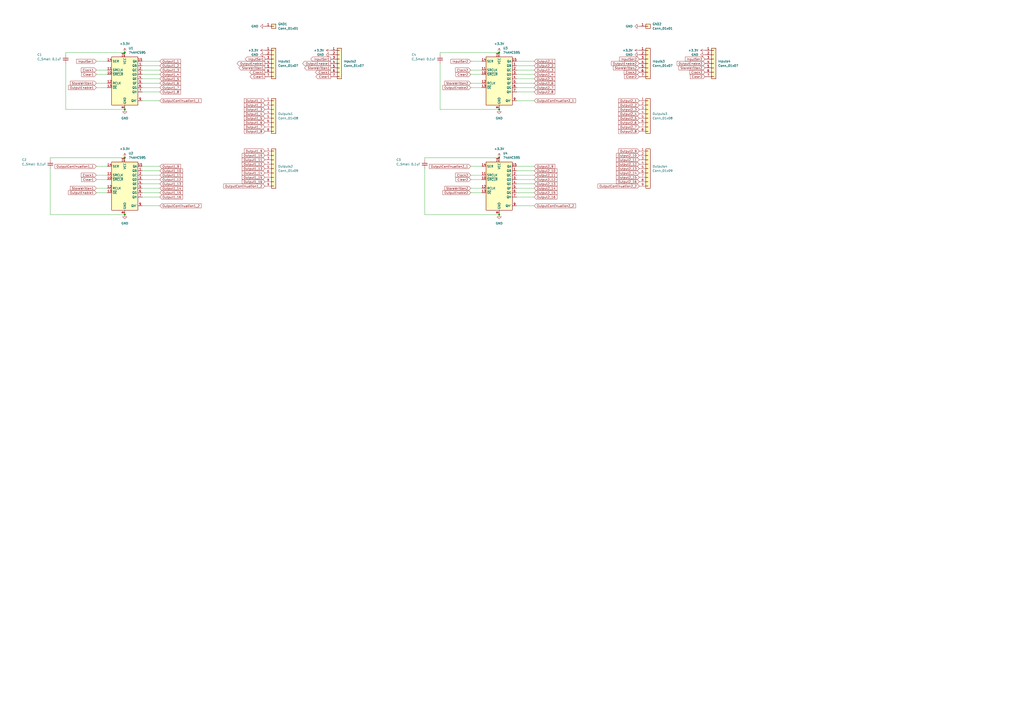
<source format=kicad_sch>
(kicad_sch (version 20230121) (generator eeschema)
  (paper "A2")
  (lib_symbols
    (symbol "74xx:74AHC595"
      (property "Reference" "U" (at -7.62 13.97 0))
      (property "Value" "74AHC595" (at -7.62 -16.51 0))
      (symbol "74AHC595_1_0"
        (pin tri_state line (at 10.16 7.62 180) (length 2.54) (name "QB") (number "1"))
        (pin input line (at -10.16 2.54 0) (length 2.54) (name "~{SRCLR}") (number "10"))
        (pin input line (at -10.16 5.08 0) (length 2.54) (name "SRCLK") (number "11"))
        (pin input line (at -10.16 -2.54 0) (length 2.54) (name "RCLK") (number "12"))
        (pin input line (at -10.16 -5.08 0) (length 2.54) (name "~{OE}") (number "13"))
        (pin input line (at -10.16 10.16 0) (length 2.54) (name "SER") (number "14"))
        (pin tri_state line (at 10.16 10.16 180) (length 2.54) (name "QA") (number "15"))
        (pin power_in line (at 0 15.24 270) (length 2.54) (name "VCC") (number "16"))
        (pin tri_state line (at 10.16 5.08 180) (length 2.54) (name "QC") (number "2"))
        (pin tri_state line (at 10.16 2.54 180) (length 2.54) (name "QD") (number "3"))
        (pin tri_state line (at 10.16 0 180) (length 2.54) (name "QE") (number "4"))
        (pin tri_state line (at 10.16 -2.54 180) (length 2.54) (name "QF") (number "5"))
        (pin tri_state line (at 10.16 -5.08 180) (length 2.54) (name "QG") (number "6"))
        (pin tri_state line (at 10.16 -7.62 180) (length 2.54) (name "QH") (number "7"))
        (pin power_in line (at 0 -17.78 90) (length 2.54) (name "GND") (number "8"))
        (pin output line (at 10.16 -12.7 180) (length 2.54) (name "QH'") (number "9"))
      )
      (symbol "74AHC595_1_1"
        (rectangle (start -7.62 12.7) (end 7.62 -15.24) (stroke (width 0.254)) (fill (type background)))
      )
    )
    (symbol "Connector_Generic:Conn_01x01" (pin_names (offset 1.016) hide)
      (property "Reference" "J" (at 0 2.54 0))
      (property "Value" "Conn_01x01" (at 0 -2.54 0))
      (symbol "Conn_01x01_1_1"
        (rectangle (start -1.27 0.127) (end 0 -0.127) (stroke (width 0.1524)))
        (rectangle (start -1.27 1.27) (end 1.27 -1.27) (stroke (width 0.254)) (fill (type background)))
        (pin passive line (at -5.08 0 0) (length 3.81) (name "Pin_1") (number "1"))
      )
    )
    (symbol "Connector_Generic:Conn_01x07" (pin_names (offset 1.016) hide)
      (property "Reference" "J" (at 0 10.16 0))
      (property "Value" "Conn_01x07" (at 0 -10.16 0))
      (symbol "Conn_01x07_1_1"
        (rectangle (start -1.27 -7.493) (end 0 -7.747) (stroke (width 0.1524)))
        (rectangle (start -1.27 -4.953) (end 0 -5.207) (stroke (width 0.1524)))
        (rectangle (start -1.27 -2.413) (end 0 -2.667) (stroke (width 0.1524)))
        (rectangle (start -1.27 0.127) (end 0 -0.127) (stroke (width 0.1524)))
        (rectangle (start -1.27 2.667) (end 0 2.413) (stroke (width 0.1524)))
        (rectangle (start -1.27 5.207) (end 0 4.953) (stroke (width 0.1524)))
        (rectangle (start -1.27 7.747) (end 0 7.493) (stroke (width 0.1524)))
        (rectangle (start -1.27 8.89) (end 1.27 -8.89) (stroke (width 0.254)) (fill (type background)))
        (pin passive line (at -5.08 7.62 0) (length 3.81) (name "Pin_1") (number "1"))
        (pin passive line (at -5.08 5.08 0) (length 3.81) (name "Pin_2") (number "2"))
        (pin passive line (at -5.08 2.54 0) (length 3.81) (name "Pin_3") (number "3"))
        (pin passive line (at -5.08 0 0) (length 3.81) (name "Pin_4") (number "4"))
        (pin passive line (at -5.08 -2.54 0) (length 3.81) (name "Pin_5") (number "5"))
        (pin passive line (at -5.08 -5.08 0) (length 3.81) (name "Pin_6") (number "6"))
        (pin passive line (at -5.08 -7.62 0) (length 3.81) (name "Pin_7") (number "7"))
      )
    )
    (symbol "Connector_Generic:Conn_01x08" (pin_names (offset 1.016) hide)
      (property "Reference" "J" (at 0 10.16 0))
      (property "Value" "Conn_01x08" (at 0 -12.7 0))
      (symbol "Conn_01x08_1_1"
        (rectangle (start -1.27 -10.033) (end 0 -10.287) (stroke (width 0.1524)))
        (rectangle (start -1.27 -7.493) (end 0 -7.747) (stroke (width 0.1524)))
        (rectangle (start -1.27 -4.953) (end 0 -5.207) (stroke (width 0.1524)))
        (rectangle (start -1.27 -2.413) (end 0 -2.667) (stroke (width 0.1524)))
        (rectangle (start -1.27 0.127) (end 0 -0.127) (stroke (width 0.1524)))
        (rectangle (start -1.27 2.667) (end 0 2.413) (stroke (width 0.1524)))
        (rectangle (start -1.27 5.207) (end 0 4.953) (stroke (width 0.1524)))
        (rectangle (start -1.27 7.747) (end 0 7.493) (stroke (width 0.1524)))
        (rectangle (start -1.27 8.89) (end 1.27 -11.43) (stroke (width 0.254)) (fill (type background)))
        (pin passive line (at -5.08 7.62 0) (length 3.81) (name "Pin_1") (number "1"))
        (pin passive line (at -5.08 5.08 0) (length 3.81) (name "Pin_2") (number "2"))
        (pin passive line (at -5.08 2.54 0) (length 3.81) (name "Pin_3") (number "3"))
        (pin passive line (at -5.08 0 0) (length 3.81) (name "Pin_4") (number "4"))
        (pin passive line (at -5.08 -2.54 0) (length 3.81) (name "Pin_5") (number "5"))
        (pin passive line (at -5.08 -5.08 0) (length 3.81) (name "Pin_6") (number "6"))
        (pin passive line (at -5.08 -7.62 0) (length 3.81) (name "Pin_7") (number "7"))
        (pin passive line (at -5.08 -10.16 0) (length 3.81) (name "Pin_8") (number "8"))
      )
    )
    (symbol "Connector_Generic:Conn_01x09" (pin_names (offset 1.016) hide)
      (property "Reference" "J" (at 0 12.7 0))
      (property "Value" "Conn_01x09" (at 0 -12.7 0))
      (symbol "Conn_01x09_1_1"
        (rectangle (start -1.27 -10.033) (end 0 -10.287) (stroke (width 0.1524)))
        (rectangle (start -1.27 -7.493) (end 0 -7.747) (stroke (width 0.1524)))
        (rectangle (start -1.27 -4.953) (end 0 -5.207) (stroke (width 0.1524)))
        (rectangle (start -1.27 -2.413) (end 0 -2.667) (stroke (width 0.1524)))
        (rectangle (start -1.27 0.127) (end 0 -0.127) (stroke (width 0.1524)))
        (rectangle (start -1.27 2.667) (end 0 2.413) (stroke (width 0.1524)))
        (rectangle (start -1.27 5.207) (end 0 4.953) (stroke (width 0.1524)))
        (rectangle (start -1.27 7.747) (end 0 7.493) (stroke (width 0.1524)))
        (rectangle (start -1.27 10.287) (end 0 10.033) (stroke (width 0.1524)))
        (rectangle (start -1.27 11.43) (end 1.27 -11.43) (stroke (width 0.254)) (fill (type background)))
        (pin passive line (at -5.08 10.16 0) (length 3.81) (name "Pin_1") (number "1"))
        (pin passive line (at -5.08 7.62 0) (length 3.81) (name "Pin_2") (number "2"))
        (pin passive line (at -5.08 5.08 0) (length 3.81) (name "Pin_3") (number "3"))
        (pin passive line (at -5.08 2.54 0) (length 3.81) (name "Pin_4") (number "4"))
        (pin passive line (at -5.08 0 0) (length 3.81) (name "Pin_5") (number "5"))
        (pin passive line (at -5.08 -2.54 0) (length 3.81) (name "Pin_6") (number "6"))
        (pin passive line (at -5.08 -5.08 0) (length 3.81) (name "Pin_7") (number "7"))
        (pin passive line (at -5.08 -7.62 0) (length 3.81) (name "Pin_8") (number "8"))
        (pin passive line (at -5.08 -10.16 0) (length 3.81) (name "Pin_9") (number "9"))
      )
    )
    (symbol "Device:C_Small" (pin_numbers hide) (pin_names (offset 0.254) hide)
      (property "Reference" "C" (at 0.254 1.778 0))
      (property "Value" "C_Small" (at 0.254 -2.032 0))
      (symbol "C_Small_0_1"
        (polyline (pts (xy -1.524 -0.508) (xy 1.524 -0.508)) (stroke (width 0.3302)))
        (polyline (pts (xy -1.524 0.508) (xy 1.524 0.508)) (stroke (width 0.3048)))
      )
      (symbol "C_Small_1_1"
        (pin passive line (at 0 2.54 270) (length 2.032) (name "~") (number "1"))
        (pin passive line (at 0 -2.54 90) (length 2.032) (name "~") (number "2"))
      )
    )
    (symbol "power:+3.3V" (power) (pin_names (offset 0))
      (property "Value" "+3.3V" (at 0 3.556 0))
      (symbol "+3.3V_0_1"
        (polyline (pts (xy -0.762 1.27) (xy 0 2.54)))
        (polyline (pts (xy 0 0) (xy 0 2.54)))
        (polyline (pts (xy 0 2.54) (xy 0.762 1.27)))
      )
      (symbol "+3.3V_1_1"
        (pin power_in line (at 0 0 90) (length 0) hide (name "+3.3V") (number "1"))
      )
    )
    (symbol "power:GND" (power) (pin_names (offset 0))
      (property "Value" "GND" (at 0 -3.81 0))
      (symbol "GND_0_1"
        (polyline (pts (xy 0 0) (xy 0 -1.27) (xy 1.27 -1.27) (xy 0 -2.54) (xy -1.27 -1.27) (xy 0 -1.27)))
      )
      (symbol "GND_1_1"
        (pin power_in line (at 0 0 270) (length 0) hide (name "GND") (number "1"))
      )
    )
  )
  (junction (at 72.39 91.44))
  (junction (at 72.39 63.5))
  (junction (at 289.56 91.44))
  (junction (at 72.39 124.46))
  (junction (at 289.56 63.5))
  (junction (at 289.56 124.46))
  (junction (at 72.39 30.48))
  (junction (at 289.56 30.48))
  (wire (pts (xy 92.71 119.38) (xy 82.55 119.38)))
  (wire (pts (xy 273.05 111.76) (xy 279.4 111.76)))
  (wire (pts (xy 55.88 48.26) (xy 62.23 48.26)))
  (wire (pts (xy 55.88 111.76) (xy 62.23 111.76)))
  (wire (pts (xy 309.88 99.06) (xy 299.72 99.06)))
  (wire (pts (xy 309.88 109.22) (xy 299.72 109.22)))
  (wire (pts (xy 55.88 109.22) (xy 62.23 109.22)))
  (wire (pts (xy 82.55 96.52) (xy 92.71 96.52)))
  (wire (pts (xy 246.38 124.46) (xy 289.56 124.46)))
  (wire (pts (xy 309.88 114.3) (xy 299.72 114.3)))
  (wire (pts (xy 55.88 104.14) (xy 62.23 104.14)))
  (wire (pts (xy 273.05 96.52) (xy 279.4 96.52)))
  (wire (pts (xy 92.71 38.1) (xy 82.55 38.1)))
  (wire (pts (xy 92.71 50.8) (xy 82.55 50.8)))
  (wire (pts (xy 309.88 101.6) (xy 299.72 101.6)))
  (wire (pts (xy 309.88 111.76) (xy 299.72 111.76)))
  (wire (pts (xy 246.38 91.44) (xy 246.38 92.71)))
  (wire (pts (xy 55.88 43.18) (xy 62.23 43.18)))
  (wire (pts (xy 92.71 101.6) (xy 82.55 101.6)))
  (wire (pts (xy 309.88 38.1) (xy 299.72 38.1)))
  (wire (pts (xy 273.05 50.8) (xy 279.4 50.8)))
  (wire (pts (xy 255.27 30.48) (xy 289.56 30.48)))
  (wire (pts (xy 255.27 63.5) (xy 289.56 63.5)))
  (wire (pts (xy 92.71 109.22) (xy 82.55 109.22)))
  (wire (pts (xy 92.71 114.3) (xy 82.55 114.3)))
  (wire (pts (xy 255.27 36.83) (xy 255.27 63.5)))
  (wire (pts (xy 309.88 50.8) (xy 299.72 50.8)))
  (wire (pts (xy 273.05 101.6) (xy 279.4 101.6)))
  (wire (pts (xy 309.88 43.18) (xy 299.72 43.18)))
  (wire (pts (xy 273.05 40.64) (xy 279.4 40.64)))
  (wire (pts (xy 55.88 101.6) (xy 62.23 101.6)))
  (wire (pts (xy 246.38 91.44) (xy 289.56 91.44)))
  (wire (pts (xy 92.71 106.68) (xy 82.55 106.68)))
  (wire (pts (xy 255.27 31.75) (xy 255.27 30.48)))
  (wire (pts (xy 309.88 53.34) (xy 299.72 53.34)))
  (wire (pts (xy 309.88 45.72) (xy 299.72 45.72)))
  (wire (pts (xy 55.88 35.56) (xy 62.23 35.56)))
  (wire (pts (xy 55.88 50.8) (xy 62.23 50.8)))
  (wire (pts (xy 299.72 35.56) (xy 309.88 35.56)))
  (wire (pts (xy 92.71 43.18) (xy 82.55 43.18)))
  (wire (pts (xy 38.1 63.5) (xy 72.39 63.5)))
  (wire (pts (xy 309.88 48.26) (xy 299.72 48.26)))
  (wire (pts (xy 92.71 45.72) (xy 82.55 45.72)))
  (wire (pts (xy 309.88 58.42) (xy 299.72 58.42)))
  (wire (pts (xy 92.71 53.34) (xy 82.55 53.34)))
  (wire (pts (xy 273.05 35.56) (xy 279.4 35.56)))
  (wire (pts (xy 38.1 30.48) (xy 72.39 30.48)))
  (wire (pts (xy 299.72 96.52) (xy 309.88 96.52)))
  (wire (pts (xy 29.21 91.44) (xy 72.39 91.44)))
  (wire (pts (xy 309.88 106.68) (xy 299.72 106.68)))
  (wire (pts (xy 309.88 40.64) (xy 299.72 40.64)))
  (wire (pts (xy 55.88 40.64) (xy 62.23 40.64)))
  (wire (pts (xy 246.38 97.79) (xy 246.38 124.46)))
  (wire (pts (xy 92.71 48.26) (xy 82.55 48.26)))
  (wire (pts (xy 92.71 104.14) (xy 82.55 104.14)))
  (wire (pts (xy 309.88 104.14) (xy 299.72 104.14)))
  (wire (pts (xy 273.05 109.22) (xy 279.4 109.22)))
  (wire (pts (xy 273.05 43.18) (xy 279.4 43.18)))
  (wire (pts (xy 92.71 99.06) (xy 82.55 99.06)))
  (wire (pts (xy 92.71 58.42) (xy 82.55 58.42)))
  (wire (pts (xy 82.55 35.56) (xy 92.71 35.56)))
  (wire (pts (xy 92.71 111.76) (xy 82.55 111.76)))
  (wire (pts (xy 29.21 91.44) (xy 29.21 92.71)))
  (wire (pts (xy 29.21 124.46) (xy 72.39 124.46)))
  (wire (pts (xy 273.05 48.26) (xy 279.4 48.26)))
  (wire (pts (xy 309.88 119.38) (xy 299.72 119.38)))
  (wire (pts (xy 29.21 97.79) (xy 29.21 124.46)))
  (wire (pts (xy 273.05 104.14) (xy 279.4 104.14)))
  (wire (pts (xy 38.1 36.83) (xy 38.1 63.5)))
  (wire (pts (xy 38.1 31.75) (xy 38.1 30.48)))
  (wire (pts (xy 55.88 96.52) (xy 62.23 96.52)))
  (wire (pts (xy 92.71 40.64) (xy 82.55 40.64)))
  (global_label "Output2_13" (shape input) (at 370.84 97.79 180) (property "Intersheetrefs" "${INTERSHEET_REFS}" (effects hide)))
  (global_label "Output1_6" (shape input) (at 92.71 48.26 0) (property "Intersheetrefs" "${INTERSHEET_REFS}" (effects hide)))
  (global_label "Output1_3" (shape input) (at 153.67 63.5 180) (property "Intersheetrefs" "${INTERSHEET_REFS}" (effects hide)))
  (global_label "OutputContinuation1_2" (shape input) (at 92.71 119.38 0) (property "Intersheetrefs" "${INTERSHEET_REFS}" (effects hide)))
  (global_label "OutputContinuation2_2" (shape input) (at 370.84 107.95 180) (property "Intersheetrefs" "${INTERSHEET_REFS}" (effects hide)))
  (global_label "StoreWritten2" (shape input) (at 370.84 39.37 180) (property "Intersheetrefs" "${INTERSHEET_REFS}" (effects hide)))
  (global_label "Output2_2" (shape input) (at 370.84 60.96 180) (property "Intersheetrefs" "${INTERSHEET_REFS}" (effects hide)))
  (global_label "Output2_16" (shape input) (at 309.88 114.3 0) (property "Intersheetrefs" "${INTERSHEET_REFS}" (effects hide)))
  (global_label "Output1_7" (shape input) (at 92.71 50.8 0) (property "Intersheetrefs" "${INTERSHEET_REFS}" (effects hide)))
  (global_label "Output2_7" (shape input) (at 309.88 50.8 0) (property "Intersheetrefs" "${INTERSHEET_REFS}" (effects hide)))
  (global_label "Output1_15" (shape input) (at 92.71 111.76 0) (property "Intersheetrefs" "${INTERSHEET_REFS}" (effects hide)))
  (global_label "Clear2" (shape input) (at 408.94 44.45 180) (property "Intersheetrefs" "${INTERSHEET_REFS}" (effects hide)))
  (global_label "StoreWritten2" (shape input) (at 273.05 48.26 180) (property "Intersheetrefs" "${INTERSHEET_REFS}" (effects hide)))
  (global_label "Output1_4" (shape input) (at 153.67 66.04 180) (property "Intersheetrefs" "${INTERSHEET_REFS}" (effects hide)))
  (global_label "Output2_9" (shape input) (at 309.88 96.52 0) (property "Intersheetrefs" "${INTERSHEET_REFS}" (effects hide)))
  (global_label "Output2_6" (shape input) (at 370.84 71.12 180) (property "Intersheetrefs" "${INTERSHEET_REFS}" (effects hide)))
  (global_label "OutputContinuation2_1" (shape input) (at 273.05 96.52 180) (property "Intersheetrefs" "${INTERSHEET_REFS}" (effects hide)))
  (global_label "StoreWritten2" (shape input) (at 408.94 39.37 180) (property "Intersheetrefs" "${INTERSHEET_REFS}" (effects hide)))
  (global_label "Output1_10" (shape input) (at 153.67 90.17 180) (property "Intersheetrefs" "${INTERSHEET_REFS}" (effects hide)))
  (global_label "Output1_2" (shape input) (at 92.71 38.1 0) (property "Intersheetrefs" "${INTERSHEET_REFS}" (effects hide)))
  (global_label "Output2_5" (shape input) (at 309.88 45.72 0) (property "Intersheetrefs" "${INTERSHEET_REFS}" (effects hide)))
  (global_label "Output2_10" (shape input) (at 370.84 90.17 180) (property "Intersheetrefs" "${INTERSHEET_REFS}" (effects hide)))
  (global_label "Output1_2" (shape input) (at 153.67 60.96 180) (property "Intersheetrefs" "${INTERSHEET_REFS}" (effects hide)))
  (global_label "Output2_11" (shape input) (at 309.88 101.6 0) (property "Intersheetrefs" "${INTERSHEET_REFS}" (effects hide)))
  (global_label "OutputContinuation1_1" (shape input) (at 92.71 58.42 0) (property "Intersheetrefs" "${INTERSHEET_REFS}" (effects hide)))
  (global_label "Output1_3" (shape input) (at 92.71 40.64 0) (property "Intersheetrefs" "${INTERSHEET_REFS}" (effects hide)))
  (global_label "OutputContinuation1_2" (shape input) (at 153.67 107.95 180) (property "Intersheetrefs" "${INTERSHEET_REFS}" (effects hide)))
  (global_label "Output2_16" (shape input) (at 370.84 105.41 180) (property "Intersheetrefs" "${INTERSHEET_REFS}" (effects hide)))
  (global_label "InputSer1" (shape input) (at 55.88 35.56 180) (property "Intersheetrefs" "${INTERSHEET_REFS}" (effects hide)))
  (global_label "Output2_14" (shape input) (at 370.84 100.33 180) (property "Intersheetrefs" "${INTERSHEET_REFS}" (effects hide)))
  (global_label "Output1_11" (shape input) (at 92.71 101.6 0) (property "Intersheetrefs" "${INTERSHEET_REFS}" (effects hide)))
  (global_label "OutputEnable2" (shape input) (at 370.84 36.83 180) (property "Intersheetrefs" "${INTERSHEET_REFS}" (effects hide)))
  (global_label "Output2_12" (shape input) (at 309.88 104.14 0) (property "Intersheetrefs" "${INTERSHEET_REFS}" (effects hide)))
  (global_label "Output1_16" (shape input) (at 153.67 105.41 180) (property "Intersheetrefs" "${INTERSHEET_REFS}" (effects hide)))
  (global_label "Clock1" (shape input) (at 55.88 101.6 180) (property "Intersheetrefs" "${INTERSHEET_REFS}" (effects hide)))
  (global_label "Clear1" (shape output) (at 191.77 44.45 180) (property "Intersheetrefs" "${INTERSHEET_REFS}" (effects hide)))
  (global_label "Clock2" (shape input) (at 408.94 41.91 180) (property "Intersheetrefs" "${INTERSHEET_REFS}" (effects hide)))
  (global_label "Output2_7" (shape input) (at 370.84 73.66 180) (property "Intersheetrefs" "${INTERSHEET_REFS}" (effects hide)))
  (global_label "OutputEnable2" (shape input) (at 408.94 36.83 180) (property "Intersheetrefs" "${INTERSHEET_REFS}" (effects hide)))
  (global_label "Clear2" (shape input) (at 370.84 44.45 180) (property "Intersheetrefs" "${INTERSHEET_REFS}" (effects hide)))
  (global_label "Output1_9" (shape input) (at 92.71 96.52 0) (property "Intersheetrefs" "${INTERSHEET_REFS}" (effects hide)))
  (global_label "StoreWritten1" (shape input) (at 55.88 48.26 180) (property "Intersheetrefs" "${INTERSHEET_REFS}" (effects hide)))
  (global_label "Clear2" (shape input) (at 273.05 104.14 180) (property "Intersheetrefs" "${INTERSHEET_REFS}" (effects hide)))
  (global_label "Output1_1" (shape input) (at 92.71 35.56 0) (property "Intersheetrefs" "${INTERSHEET_REFS}" (effects hide)))
  (global_label "Output2_13" (shape input) (at 309.88 106.68 0) (property "Intersheetrefs" "${INTERSHEET_REFS}" (effects hide)))
  (global_label "Clock2" (shape input) (at 273.05 40.64 180) (property "Intersheetrefs" "${INTERSHEET_REFS}" (effects hide)))
  (global_label "Output1_6" (shape input) (at 153.67 71.12 180) (property "Intersheetrefs" "${INTERSHEET_REFS}" (effects hide)))
  (global_label "Output1_14" (shape input) (at 153.67 100.33 180) (property "Intersheetrefs" "${INTERSHEET_REFS}" (effects hide)))
  (global_label "Output1_13" (shape input) (at 92.71 106.68 0) (property "Intersheetrefs" "${INTERSHEET_REFS}" (effects hide)))
  (global_label "OutputEnable1" (shape input) (at 55.88 111.76 180) (property "Intersheetrefs" "${INTERSHEET_REFS}" (effects hide)))
  (global_label "Output2_4" (shape input) (at 370.84 66.04 180) (property "Intersheetrefs" "${INTERSHEET_REFS}" (effects hide)))
  (global_label "Output1_8" (shape input) (at 92.71 53.34 0) (property "Intersheetrefs" "${INTERSHEET_REFS}" (effects hide)))
  (global_label "Output2_3" (shape input) (at 370.84 63.5 180) (property "Intersheetrefs" "${INTERSHEET_REFS}" (effects hide)))
  (global_label "Output2_2" (shape input) (at 309.88 38.1 0) (property "Intersheetrefs" "${INTERSHEET_REFS}" (effects hide)))
  (global_label "Output2_1" (shape input) (at 309.88 35.56 0) (property "Intersheetrefs" "${INTERSHEET_REFS}" (effects hide)))
  (global_label "Output2_10" (shape input) (at 309.88 99.06 0) (property "Intersheetrefs" "${INTERSHEET_REFS}" (effects hide)))
  (global_label "Output1_8" (shape input) (at 153.67 76.2 180) (property "Intersheetrefs" "${INTERSHEET_REFS}" (effects hide)))
  (global_label "Clock2" (shape input) (at 370.84 41.91 180) (property "Intersheetrefs" "${INTERSHEET_REFS}" (effects hide)))
  (global_label "Output2_6" (shape input) (at 309.88 48.26 0) (property "Intersheetrefs" "${INTERSHEET_REFS}" (effects hide)))
  (global_label "Output1_14" (shape input) (at 92.71 109.22 0) (property "Intersheetrefs" "${INTERSHEET_REFS}" (effects hide)))
  (global_label "Output1_15" (shape input) (at 153.67 102.87 180) (property "Intersheetrefs" "${INTERSHEET_REFS}" (effects hide)))
  (global_label "Output2_15" (shape input) (at 370.84 102.87 180) (property "Intersheetrefs" "${INTERSHEET_REFS}" (effects hide)))
  (global_label "Clock1" (shape output) (at 191.77 41.91 180) (property "Intersheetrefs" "${INTERSHEET_REFS}" (effects hide)))
  (global_label "Clock1" (shape output) (at 153.67 41.91 180) (property "Intersheetrefs" "${INTERSHEET_REFS}" (effects hide)))
  (global_label "Clock2" (shape input) (at 273.05 101.6 180) (property "Intersheetrefs" "${INTERSHEET_REFS}" (effects hide)))
  (global_label "OutputContinuation1_1" (shape input) (at 55.88 96.52 180) (property "Intersheetrefs" "${INTERSHEET_REFS}" (effects hide)))
  (global_label "Clear1" (shape input) (at 55.88 104.14 180) (property "Intersheetrefs" "${INTERSHEET_REFS}" (effects hide)))
  (global_label "InputSer2" (shape input) (at 408.94 34.29 180) (property "Intersheetrefs" "${INTERSHEET_REFS}" (effects hide)))
  (global_label "OutputEnable2" (shape input) (at 273.05 50.8 180) (property "Intersheetrefs" "${INTERSHEET_REFS}" (effects hide)))
  (global_label "InputSer2" (shape input) (at 370.84 34.29 180) (property "Intersheetrefs" "${INTERSHEET_REFS}" (effects hide)))
  (global_label "Output2_1" (shape input) (at 370.84 58.42 180) (property "Intersheetrefs" "${INTERSHEET_REFS}" (effects hide)))
  (global_label "Output1_11" (shape input) (at 153.67 92.71 180) (property "Intersheetrefs" "${INTERSHEET_REFS}" (effects hide)))
  (global_label "Output1_13" (shape input) (at 153.67 97.79 180) (property "Intersheetrefs" "${INTERSHEET_REFS}" (effects hide)))
  (global_label "Output2_15" (shape input) (at 309.88 111.76 0) (property "Intersheetrefs" "${INTERSHEET_REFS}" (effects hide)))
  (global_label "Clear2" (shape input) (at 273.05 43.18 180) (property "Intersheetrefs" "${INTERSHEET_REFS}" (effects hide)))
  (global_label "Output2_5" (shape input) (at 370.84 68.58 180) (property "Intersheetrefs" "${INTERSHEET_REFS}" (effects hide)))
  (global_label "StoreWritten1" (shape output) (at 153.67 39.37 180) (property "Intersheetrefs" "${INTERSHEET_REFS}" (effects hide)))
  (global_label "Output1_1" (shape input) (at 153.67 58.42 180) (property "Intersheetrefs" "${INTERSHEET_REFS}" (effects hide)))
  (global_label "Output1_12" (shape input) (at 92.71 104.14 0) (property "Intersheetrefs" "${INTERSHEET_REFS}" (effects hide)))
  (global_label "Output1_7" (shape input) (at 153.67 73.66 180) (property "Intersheetrefs" "${INTERSHEET_REFS}" (effects hide)))
  (global_label "OutputContinuation2_1" (shape input) (at 309.88 58.42 0) (property "Intersheetrefs" "${INTERSHEET_REFS}" (effects hide)))
  (global_label "Output2_14" (shape input) (at 309.88 109.22 0) (property "Intersheetrefs" "${INTERSHEET_REFS}" (effects hide)))
  (global_label "Output1_5" (shape input) (at 92.71 45.72 0) (property "Intersheetrefs" "${INTERSHEET_REFS}" (effects hide)))
  (global_label "StoreWritten2" (shape input) (at 273.05 109.22 180) (property "Intersheetrefs" "${INTERSHEET_REFS}" (effects hide)))
  (global_label "InputSer2" (shape input) (at 273.05 35.56 180) (property "Intersheetrefs" "${INTERSHEET_REFS}" (effects hide)))
  (global_label "Output2_9" (shape input) (at 370.84 87.63 180) (property "Intersheetrefs" "${INTERSHEET_REFS}" (effects hide)))
  (global_label "InputSer1" (shape output) (at 191.77 34.29 180) (property "Intersheetrefs" "${INTERSHEET_REFS}" (effects hide)))
  (global_label "Output1_10" (shape input) (at 92.71 99.06 0) (property "Intersheetrefs" "${INTERSHEET_REFS}" (effects hide)))
  (global_label "OutputEnable2" (shape input) (at 273.05 111.76 180) (property "Intersheetrefs" "${INTERSHEET_REFS}" (effects hide)))
  (global_label "InputSer1" (shape output) (at 153.67 34.29 180) (property "Intersheetrefs" "${INTERSHEET_REFS}" (effects hide)))
  (global_label "Output2_3" (shape input) (at 309.88 40.64 0) (property "Intersheetrefs" "${INTERSHEET_REFS}" (effects hide)))
  (global_label "OutputEnable1" (shape output) (at 153.67 36.83 180) (property "Intersheetrefs" "${INTERSHEET_REFS}" (effects hide)))
  (global_label "OutputContinuation2_2" (shape input) (at 309.88 119.38 0) (property "Intersheetrefs" "${INTERSHEET_REFS}" (effects hide)))
  (global_label "Output2_11" (shape input) (at 370.84 92.71 180) (property "Intersheetrefs" "${INTERSHEET_REFS}" (effects hide)))
  (global_label "OutputEnable1" (shape input) (at 55.88 50.8 180) (property "Intersheetrefs" "${INTERSHEET_REFS}" (effects hide)))
  (global_label "StoreWritten1" (shape output) (at 191.77 39.37 180) (property "Intersheetrefs" "${INTERSHEET_REFS}" (effects hide)))
  (global_label "Output2_4" (shape input) (at 309.88 43.18 0) (property "Intersheetrefs" "${INTERSHEET_REFS}" (effects hide)))
  (global_label "Output2_8" (shape input) (at 309.88 53.34 0) (property "Intersheetrefs" "${INTERSHEET_REFS}" (effects hide)))
  (global_label "Clear1" (shape input) (at 55.88 43.18 180) (property "Intersheetrefs" "${INTERSHEET_REFS}" (effects hide)))
  (global_label "Output1_4" (shape input) (at 92.71 43.18 0) (property "Intersheetrefs" "${INTERSHEET_REFS}" (effects hide)))
  (global_label "OutputEnable1" (shape output) (at 191.77 36.83 180) (property "Intersheetrefs" "${INTERSHEET_REFS}" (effects hide)))
  (global_label "StoreWritten1" (shape input) (at 55.88 109.22 180) (property "Intersheetrefs" "${INTERSHEET_REFS}" (effects hide)))
  (global_label "Output1_16" (shape input) (at 92.71 114.3 0) (property "Intersheetrefs" "${INTERSHEET_REFS}" (effects hide)))
  (global_label "Output2_8" (shape input) (at 370.84 76.2 180) (property "Intersheetrefs" "${INTERSHEET_REFS}" (effects hide)))
  (global_label "Output1_12" (shape input) (at 153.67 95.25 180) (property "Intersheetrefs" "${INTERSHEET_REFS}" (effects hide)))
  (global_label "Output1_5" (shape input) (at 153.67 68.58 180) (property "Intersheetrefs" "${INTERSHEET_REFS}" (effects hide)))
  (global_label "Output2_12" (shape input) (at 370.84 95.25 180) (property "Intersheetrefs" "${INTERSHEET_REFS}" (effects hide)))
  (global_label "Clock1" (shape input) (at 55.88 40.64 180) (property "Intersheetrefs" "${INTERSHEET_REFS}" (effects hide)))
  (global_label "Clear1" (shape output) (at 153.67 44.45 180) (property "Intersheetrefs" "${INTERSHEET_REFS}" (effects hide)))
  (global_label "Output1_9" (shape input) (at 153.67 87.63 180) (property "Intersheetrefs" "${INTERSHEET_REFS}" (effects hide)))
  (symbol (lib_id "Connector_Generic:Conn_01x01") (at 375.92 15.24 0) (unit 1)
    (property "Reference" "GND2" (at 378.46 13.97 0) (effects (justify left)))
    (property "Value" "Conn_01x01" (at 378.46 16.51 0) (effects (justify left)))
    (property "Footprint" "Connector_PinHeader_2.54mm:PinHeader_1x01_P2.54mm_Vertical" (effects hide))
  )
  (symbol (lib_id "Connector_Generic:Conn_01x07") (at 414.02 36.83 0) (unit 1)
    (property "Reference" "Inputs4" (at 416.56 35.56 0) (effects (justify left)))
    (property "Value" "Conn_01x07" (at 416.56 38.1 0) (effects (justify left)))
    (property "Footprint" "Connector_JST:JST_EH_S7B-EH_1x07_P2.50mm_Horizontal" (effects hide))
  )
  (symbol (lib_id "power:+3.3V") (at 72.39 91.44 0) (unit 1)
    (property "Reference" "#PWR03" (effects hide))
    (property "Value" "+3.3V" (at 72.39 86.36 0))
  )
  (symbol (lib_id "Connector_Generic:Conn_01x07") (at 196.85 36.83 0) (unit 1)
    (property "Reference" "Inputs2" (at 199.39 35.56 0) (effects (justify left)))
    (property "Value" "Conn_01x07" (at 199.39 38.1 0) (effects (justify left)))
    (property "Footprint" "Connector_JST:JST_EH_S7B-EH_1x07_P2.50mm_Horizontal" (effects hide))
  )
  (symbol (lib_id "74xx:74AHC595") (at 289.56 106.68 0) (unit 1)
    (property "Reference" "U4" (at 291.7541 88.9 0) (effects (justify left)))
    (property "Value" "74AHC595" (at 291.7541 91.44 0) (effects (justify left)))
    (property "Footprint" "Package_DIP:DIP-16_W7.62mm" (effects hide))
    (property "Datasheet" "https://assets.nexperia.com/documents/data-sheet/74AHC_AHCT595.pdf" (effects hide))
  )
  (symbol (lib_id "Connector_Generic:Conn_01x09") (at 158.75 97.79 0) (unit 1)
    (property "Reference" "Outputs2" (at 161.29 96.52 0) (effects (justify left)))
    (property "Value" "Conn_01x09" (at 161.29 99.06 0) (effects (justify left)))
    (property "Footprint" "Connector_PinHeader_2.54mm:PinHeader_1x09_P2.54mm_Vertical" (effects hide))
  )
  (symbol (lib_id "power:+3.3V") (at 289.56 91.44 0) (unit 1)
    (property "Reference" "#PWR012" (effects hide))
    (property "Value" "+3.3V" (at 289.56 86.36 0))
  )
  (symbol (lib_id "power:GND") (at 153.67 31.75 270) (unit 1)
    (property "Reference" "#PWR04" (effects hide))
    (property "Value" "GND" (at 149.86 31.75 90) (effects (justify right)))
  )
  (symbol (lib_id "Connector_Generic:Conn_01x08") (at 158.75 66.04 0) (unit 1)
    (property "Reference" "Outputs1" (at 161.29 66.04 0) (effects (justify left)))
    (property "Value" "Conn_01x08" (at 161.29 68.58 0) (effects (justify left)))
    (property "Footprint" "Connector_PinHeader_2.54mm:PinHeader_1x08_P2.54mm_Vertical" (effects hide))
  )
  (symbol (lib_id "power:+3.3V") (at 191.77 29.21 90) (unit 1)
    (property "Reference" "#PWR08" (effects hide))
    (property "Value" "+3.3V" (at 187.96 29.21 90) (effects (justify left)))
  )
  (symbol (lib_id "Device:C_Small") (at 246.38 95.25 0) (unit 1)
    (property "Reference" "C3" (at 229.87 92.71 0) (effects (justify left)))
    (property "Value" "C_Small 0.1uF" (at 229.87 95.25 0) (effects (justify left)))
    (property "Footprint" "Capacitor_THT:C_Disc_D4.3mm_W1.9mm_P5.00mm" (effects hide))
  )
  (symbol (lib_id "power:+3.3V") (at 289.56 30.48 0) (unit 1)
    (property "Reference" "#PWR010" (effects hide))
    (property "Value" "+3.3V" (at 289.56 25.4 0))
  )
  (symbol (lib_id "power:GND") (at 153.67 15.24 270) (unit 1)
    (property "Reference" "#PWR07" (effects hide))
    (property "Value" "GND" (at 149.86 15.24 90) (effects (justify right)))
  )
  (symbol (lib_id "power:GND") (at 191.77 31.75 270) (unit 1)
    (property "Reference" "#PWR09" (effects hide))
    (property "Value" "GND" (at 187.96 31.75 90) (effects (justify right)))
  )
  (symbol (lib_id "power:+3.3V") (at 370.84 29.21 90) (unit 1)
    (property "Reference" "#PWR015" (effects hide))
    (property "Value" "+3.3V" (at 367.03 29.21 90) (effects (justify left)))
  )
  (symbol (lib_id "power:GND") (at 370.84 31.75 270) (unit 1)
    (property "Reference" "#PWR016" (effects hide))
    (property "Value" "GND" (at 367.03 31.75 90) (effects (justify right)))
  )
  (symbol (lib_id "power:+3.3V") (at 408.94 29.21 90) (unit 1)
    (property "Reference" "#PWR017" (effects hide))
    (property "Value" "+3.3V" (at 405.13 29.21 90) (effects (justify left)))
  )
  (symbol (lib_id "Device:C_Small") (at 255.27 34.29 0) (unit 1)
    (property "Reference" "C4" (at 238.76 31.75 0) (effects (justify left)))
    (property "Value" "C_Small 0.1uF" (at 238.76 34.29 0) (effects (justify left)))
    (property "Footprint" "Capacitor_THT:C_Disc_D4.3mm_W1.9mm_P5.00mm" (effects hide))
  )
  (symbol (lib_id "power:GND") (at 289.56 63.5 0) (unit 1)
    (property "Reference" "#PWR011" (effects hide))
    (property "Value" "GND" (at 289.56 68.58 0))
  )
  (symbol (lib_id "power:GND") (at 72.39 63.5 0) (unit 1)
    (property "Reference" "#PWR05" (effects hide))
    (property "Value" "GND" (at 72.39 68.58 0))
  )
  (symbol (lib_id "Device:C_Small") (at 38.1 34.29 0) (unit 1)
    (property "Reference" "C1" (at 21.59 31.75 0) (effects (justify left)))
    (property "Value" "C_Small 0.1uF" (at 21.59 34.29 0) (effects (justify left)))
    (property "Footprint" "Capacitor_THT:C_Disc_D4.3mm_W1.9mm_P5.00mm" (effects hide))
  )
  (symbol (lib_id "power:GND") (at 72.39 124.46 0) (unit 1)
    (property "Reference" "#PWR06" (effects hide))
    (property "Value" "GND" (at 72.39 129.54 0))
  )
  (symbol (lib_id "Device:C_Small") (at 29.21 95.25 0) (unit 1)
    (property "Reference" "C2" (at 12.7 92.71 0) (effects (justify left)))
    (property "Value" "C_Small 0.1uF" (at 12.7 95.25 0) (effects (justify left)))
    (property "Footprint" "Capacitor_THT:C_Disc_D4.3mm_W1.9mm_P5.00mm" (effects hide))
  )
  (symbol (lib_id "74xx:74AHC595") (at 72.39 106.68 0) (unit 1)
    (property "Reference" "U2" (at 74.5841 88.9 0) (effects (justify left)))
    (property "Value" "74AHC595" (at 74.5841 91.44 0) (effects (justify left)))
    (property "Footprint" "Package_DIP:DIP-16_W7.62mm" (effects hide))
    (property "Datasheet" "https://assets.nexperia.com/documents/data-sheet/74AHC_AHCT595.pdf" (effects hide))
  )
  (symbol (lib_id "74xx:74AHC595") (at 72.39 45.72 0) (unit 1)
    (property "Reference" "U1" (at 74.5841 27.94 0) (effects (justify left)))
    (property "Value" "74AHC595" (at 74.5841 30.48 0) (effects (justify left)))
    (property "Footprint" "Package_DIP:DIP-16_W7.62mm" (effects hide))
    (property "Datasheet" "https://assets.nexperia.com/documents/data-sheet/74AHC_AHCT595.pdf" (effects hide))
  )
  (symbol (lib_id "Connector_Generic:Conn_01x09") (at 375.92 97.79 0) (unit 1)
    (property "Reference" "Outputs4" (at 378.46 96.52 0) (effects (justify left)))
    (property "Value" "Conn_01x09" (at 378.46 99.06 0) (effects (justify left)))
    (property "Footprint" "Connector_PinHeader_2.54mm:PinHeader_1x09_P2.54mm_Vertical" (effects hide))
  )
  (symbol (lib_id "power:+3.3V") (at 72.39 30.48 0) (unit 1)
    (property "Reference" "#PWR02" (effects hide))
    (property "Value" "+3.3V" (at 72.39 25.4 0))
  )
  (symbol (lib_id "power:GND") (at 408.94 31.75 270) (unit 1)
    (property "Reference" "#PWR018" (effects hide))
    (property "Value" "GND" (at 405.13 31.75 90) (effects (justify right)))
  )
  (symbol (lib_id "power:GND") (at 289.56 124.46 0) (unit 1)
    (property "Reference" "#PWR013" (effects hide))
    (property "Value" "GND" (at 289.56 129.54 0))
  )
  (symbol (lib_id "power:+3.3V") (at 153.67 29.21 90) (unit 1)
    (property "Reference" "#PWR01" (effects hide))
    (property "Value" "+3.3V" (at 149.86 29.21 90) (effects (justify left)))
  )
  (symbol (lib_id "Connector_Generic:Conn_01x07") (at 158.75 36.83 0) (unit 1)
    (property "Reference" "Inputs1" (at 161.29 35.56 0) (effects (justify left)))
    (property "Value" "Conn_01x07" (at 161.29 38.1 0) (effects (justify left)))
    (property "Footprint" "Connector_PinHeader_2.54mm:PinHeader_1x07_P2.54mm_Vertical" (effects hide))
  )
  (symbol (lib_id "74xx:74AHC595") (at 289.56 45.72 0) (unit 1)
    (property "Reference" "U3" (at 291.7541 27.94 0) (effects (justify left)))
    (property "Value" "74AHC595" (at 291.7541 30.48 0) (effects (justify left)))
    (property "Footprint" "Package_DIP:DIP-16_W7.62mm" (effects hide))
    (property "Datasheet" "https://assets.nexperia.com/documents/data-sheet/74AHC_AHCT595.pdf" (effects hide))
  )
  (symbol (lib_id "Connector_Generic:Conn_01x07") (at 375.92 36.83 0) (unit 1)
    (property "Reference" "Inputs3" (at 378.46 35.56 0) (effects (justify left)))
    (property "Value" "Conn_01x07" (at 378.46 38.1 0) (effects (justify left)))
    (property "Footprint" "Connector_PinHeader_2.54mm:PinHeader_1x07_P2.54mm_Vertical" (effects hide))
  )
  (symbol (lib_id "Connector_Generic:Conn_01x01") (at 158.75 15.24 0) (unit 1)
    (property "Reference" "GND1" (at 161.29 13.97 0) (effects (justify left)))
    (property "Value" "Conn_01x01" (at 161.29 16.51 0) (effects (justify left)))
    (property "Footprint" "Connector_PinHeader_2.54mm:PinHeader_1x01_P2.54mm_Vertical" (effects hide))
  )
  (symbol (lib_id "power:GND") (at 370.84 15.24 270) (unit 1)
    (property "Reference" "#PWR014" (effects hide))
    (property "Value" "GND" (at 367.03 15.24 90) (effects (justify right)))
  )
  (symbol (lib_id "Connector_Generic:Conn_01x08") (at 375.92 66.04 0) (unit 1)
    (property "Reference" "Outputs3" (at 378.46 66.04 0) (effects (justify left)))
    (property "Value" "Conn_01x08" (at 378.46 68.58 0) (effects (justify left)))
    (property "Footprint" "Connector_PinHeader_2.54mm:PinHeader_1x08_P2.54mm_Vertical" (effects hide))
  )
)
</source>
